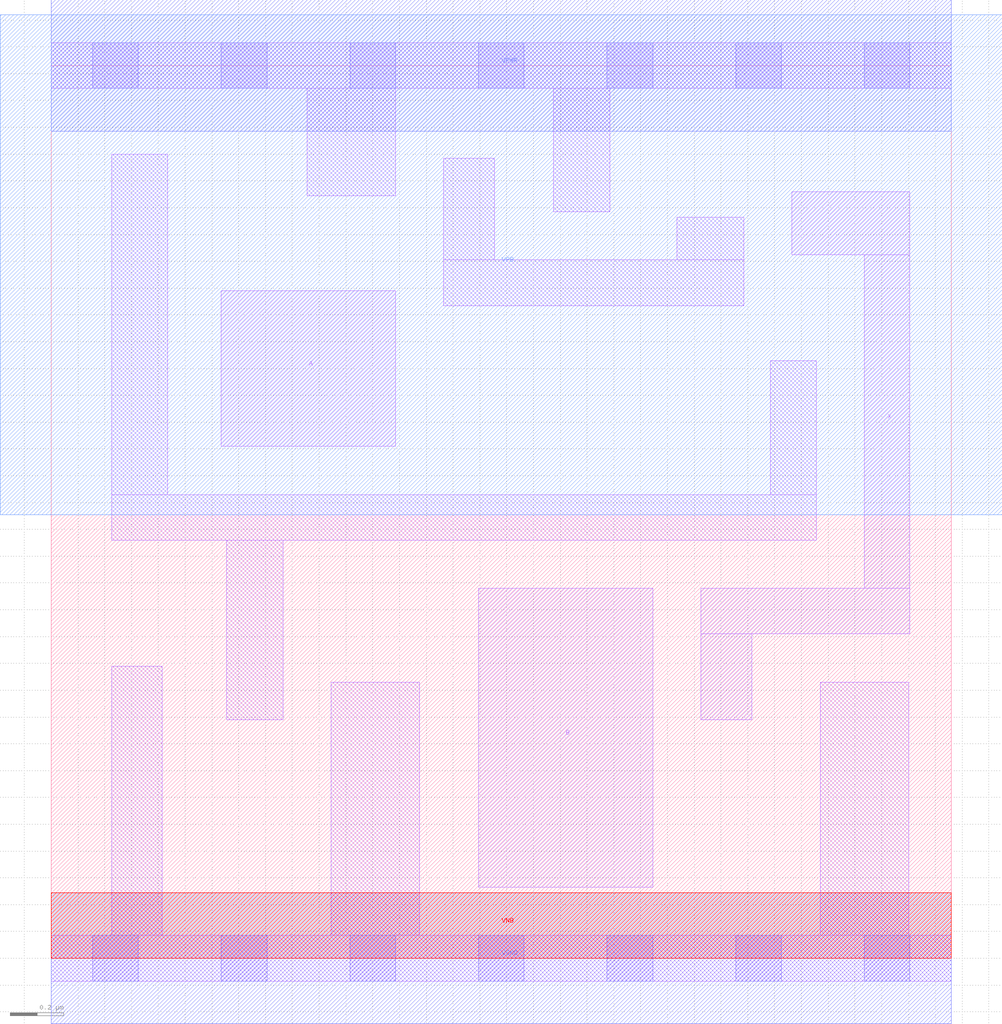
<source format=lef>
# Copyright 2020 The SkyWater PDK Authors
#
# Licensed under the Apache License, Version 2.0 (the "License");
# you may not use this file except in compliance with the License.
# You may obtain a copy of the License at
#
#     https://www.apache.org/licenses/LICENSE-2.0
#
# Unless required by applicable law or agreed to in writing, software
# distributed under the License is distributed on an "AS IS" BASIS,
# WITHOUT WARRANTIES OR CONDITIONS OF ANY KIND, either express or implied.
# See the License for the specific language governing permissions and
# limitations under the License.
#
# SPDX-License-Identifier: Apache-2.0

VERSION 5.7 ;
  NOWIREEXTENSIONATPIN ON ;
  DIVIDERCHAR "/" ;
  BUSBITCHARS "[]" ;
MACRO sky130_fd_sc_lp__xor2_m
  CLASS CORE ;
  FOREIGN sky130_fd_sc_lp__xor2_m ;
  ORIGIN  0.000000  0.000000 ;
  SIZE  3.360000 BY  3.330000 ;
  SYMMETRY X Y R90 ;
  SITE unit ;
  PIN A
    ANTENNAGATEAREA  0.252000 ;
    DIRECTION INPUT ;
    USE SIGNAL ;
    PORT
      LAYER li1 ;
        RECT 0.635000 1.910000 1.285000 2.490000 ;
    END
  END A
  PIN B
    ANTENNAGATEAREA  0.252000 ;
    DIRECTION INPUT ;
    USE SIGNAL ;
    PORT
      LAYER li1 ;
        RECT 1.595000 0.265000 2.245000 1.380000 ;
    END
  END B
  PIN X
    ANTENNADIFFAREA  0.323400 ;
    DIRECTION OUTPUT ;
    USE SIGNAL ;
    PORT
      LAYER li1 ;
        RECT 2.425000 0.890000 2.615000 1.210000 ;
        RECT 2.425000 1.210000 3.205000 1.380000 ;
        RECT 2.765000 2.625000 3.205000 2.860000 ;
        RECT 3.035000 1.380000 3.205000 2.625000 ;
    END
  END X
  PIN VGND
    DIRECTION INOUT ;
    USE GROUND ;
    PORT
      LAYER met1 ;
        RECT 0.000000 -0.245000 3.360000 0.245000 ;
    END
  END VGND
  PIN VNB
    DIRECTION INOUT ;
    USE GROUND ;
    PORT
      LAYER pwell ;
        RECT 0.000000 0.000000 3.360000 0.245000 ;
    END
  END VNB
  PIN VPB
    DIRECTION INOUT ;
    USE POWER ;
    PORT
      LAYER nwell ;
        RECT -0.190000 1.655000 3.550000 3.520000 ;
    END
  END VPB
  PIN VPWR
    DIRECTION INOUT ;
    USE POWER ;
    PORT
      LAYER met1 ;
        RECT 0.000000 3.085000 3.360000 3.575000 ;
    END
  END VPWR
  OBS
    LAYER li1 ;
      RECT 0.000000 -0.085000 3.360000 0.085000 ;
      RECT 0.000000  3.245000 3.360000 3.415000 ;
      RECT 0.225000  0.085000 0.415000 1.090000 ;
      RECT 0.225000  1.560000 2.855000 1.730000 ;
      RECT 0.225000  1.730000 0.435000 3.000000 ;
      RECT 0.655000  0.890000 0.865000 1.560000 ;
      RECT 0.955000  2.845000 1.285000 3.245000 ;
      RECT 1.045000  0.085000 1.375000 1.030000 ;
      RECT 1.465000  2.435000 2.585000 2.605000 ;
      RECT 1.465000  2.605000 1.655000 2.985000 ;
      RECT 1.875000  2.785000 2.085000 3.245000 ;
      RECT 2.335000  2.605000 2.585000 2.765000 ;
      RECT 2.685000  1.730000 2.855000 2.230000 ;
      RECT 2.870000  0.085000 3.200000 1.030000 ;
    LAYER mcon ;
      RECT 0.155000 -0.085000 0.325000 0.085000 ;
      RECT 0.155000  3.245000 0.325000 3.415000 ;
      RECT 0.635000 -0.085000 0.805000 0.085000 ;
      RECT 0.635000  3.245000 0.805000 3.415000 ;
      RECT 1.115000 -0.085000 1.285000 0.085000 ;
      RECT 1.115000  3.245000 1.285000 3.415000 ;
      RECT 1.595000 -0.085000 1.765000 0.085000 ;
      RECT 1.595000  3.245000 1.765000 3.415000 ;
      RECT 2.075000 -0.085000 2.245000 0.085000 ;
      RECT 2.075000  3.245000 2.245000 3.415000 ;
      RECT 2.555000 -0.085000 2.725000 0.085000 ;
      RECT 2.555000  3.245000 2.725000 3.415000 ;
      RECT 3.035000 -0.085000 3.205000 0.085000 ;
      RECT 3.035000  3.245000 3.205000 3.415000 ;
  END
END sky130_fd_sc_lp__xor2_m
END LIBRARY

</source>
